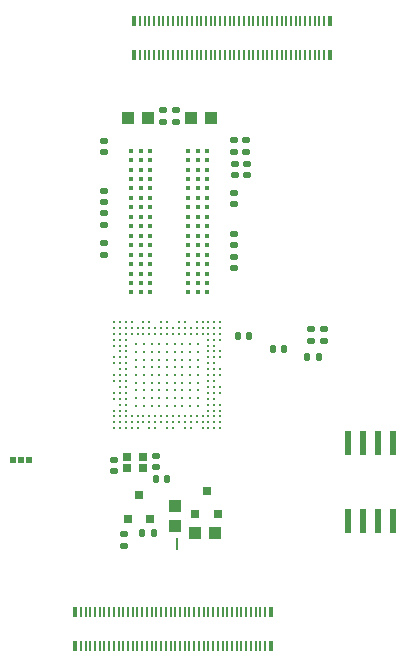
<source format=gbr>
G04 #@! TF.GenerationSoftware,KiCad,Pcbnew,9.0.1*
G04 #@! TF.CreationDate,2025-06-03T13:31:56-07:00*
G04 #@! TF.ProjectId,mp153-devboard,6d703135-332d-4646-9576-626f6172642e,rev?*
G04 #@! TF.SameCoordinates,PXb487a00PY650eff0*
G04 #@! TF.FileFunction,Paste,Top*
G04 #@! TF.FilePolarity,Positive*
%FSLAX46Y46*%
G04 Gerber Fmt 4.6, Leading zero omitted, Abs format (unit mm)*
G04 Created by KiCad (PCBNEW 9.0.1) date 2025-06-03 13:31:56*
%MOMM*%
%LPD*%
G01*
G04 APERTURE LIST*
G04 Aperture macros list*
%AMRoundRect*
0 Rectangle with rounded corners*
0 $1 Rounding radius*
0 $2 $3 $4 $5 $6 $7 $8 $9 X,Y pos of 4 corners*
0 Add a 4 corners polygon primitive as box body*
4,1,4,$2,$3,$4,$5,$6,$7,$8,$9,$2,$3,0*
0 Add four circle primitives for the rounded corners*
1,1,$1+$1,$2,$3*
1,1,$1+$1,$4,$5*
1,1,$1+$1,$6,$7*
1,1,$1+$1,$8,$9*
0 Add four rect primitives between the rounded corners*
20,1,$1+$1,$2,$3,$4,$5,0*
20,1,$1+$1,$4,$5,$6,$7,0*
20,1,$1+$1,$6,$7,$8,$9,0*
20,1,$1+$1,$8,$9,$2,$3,0*%
G04 Aperture macros list end*
%ADD10RoundRect,0.147500X0.172500X-0.147500X0.172500X0.147500X-0.172500X0.147500X-0.172500X-0.147500X0*%
%ADD11RoundRect,0.147500X-0.172500X0.147500X-0.172500X-0.147500X0.172500X-0.147500X0.172500X0.147500X0*%
%ADD12R,0.160000X0.500000*%
%ADD13R,0.500000X0.500000*%
%ADD14R,1.000000X1.000000*%
%ADD15C,0.230000*%
%ADD16R,0.800000X0.700000*%
%ADD17RoundRect,0.147500X-0.147500X-0.172500X0.147500X-0.172500X0.147500X0.172500X-0.147500X0.172500X0*%
%ADD18RoundRect,0.147500X0.147500X0.172500X-0.147500X0.172500X-0.147500X-0.172500X0.147500X-0.172500X0*%
%ADD19R,0.200000X0.890000*%
%ADD20R,0.350000X0.890000*%
%ADD21R,0.800100X0.800100*%
%ADD22C,0.400000*%
%ADD23R,0.600000X2.000000*%
G04 APERTURE END LIST*
D10*
G04 #@! TO.C,C42*
X14130800Y37555821D03*
X14130800Y38525821D03*
G04 #@! TD*
G04 #@! TO.C,R4*
X32740800Y27745100D03*
X32740800Y28715100D03*
G04 #@! TD*
D11*
G04 #@! TO.C,C98*
X25160800Y44715821D03*
X25160800Y43745821D03*
G04 #@! TD*
D12*
G04 #@! TO.C,NT2*
X20280800Y10807600D03*
X20280800Y10307600D03*
G04 #@! TD*
D13*
G04 #@! TO.C,JP1*
X7740800Y17617600D03*
X7060800Y17617600D03*
X6380800Y17617600D03*
G04 #@! TD*
D10*
G04 #@! TO.C,R67*
X25130800Y35825821D03*
X25130800Y36795821D03*
G04 #@! TD*
D14*
G04 #@! TO.C,C81*
X23170800Y46610821D03*
X21470800Y46610821D03*
G04 #@! TD*
D11*
G04 #@! TO.C,C13*
X14930800Y17662600D03*
X14930800Y16692600D03*
G04 #@! TD*
D10*
G04 #@! TO.C,C64*
X26174260Y43740741D03*
X26174260Y44710741D03*
G04 #@! TD*
D11*
G04 #@! TO.C,C55*
X26190800Y42715821D03*
X26190800Y41745821D03*
G04 #@! TD*
D15*
G04 #@! TO.C,U2*
X16860800Y22237600D03*
X16860800Y22887600D03*
X16860800Y23537600D03*
X16860800Y24187600D03*
X16860800Y24837600D03*
X16860800Y25487600D03*
X16860800Y26137600D03*
X16860800Y26787600D03*
X16860800Y27437600D03*
X17510800Y22237600D03*
X17510800Y22887600D03*
X17510800Y23537600D03*
X17510800Y24187600D03*
X17510800Y24837600D03*
X17510800Y25487600D03*
X17510800Y26137600D03*
X17510800Y26787600D03*
X17510800Y27437600D03*
X18160800Y22237600D03*
X18160800Y22887600D03*
X18160800Y23537600D03*
X18160800Y24187600D03*
X18160800Y24837600D03*
X18160800Y25487600D03*
X18160800Y26137600D03*
X18160800Y26787600D03*
X18160800Y27437600D03*
X18810800Y22237600D03*
X18810800Y22887600D03*
X18810800Y23537600D03*
X18810800Y24187600D03*
X18810800Y24837600D03*
X18810800Y25487600D03*
X18810800Y26137600D03*
X18810800Y26787600D03*
X18810800Y27437600D03*
X19460800Y22237600D03*
X19460800Y22887600D03*
X19460800Y23537600D03*
X19460800Y24187600D03*
X19460800Y24837600D03*
X19460800Y25487600D03*
X19460800Y26137600D03*
X19460800Y26787600D03*
X19460800Y27437600D03*
X20110800Y22237600D03*
X20110800Y22887600D03*
X20110800Y23537600D03*
X20110800Y24187600D03*
X20110800Y24837600D03*
X20110800Y25487600D03*
X20110800Y26137600D03*
X20110800Y26787600D03*
X20110800Y27437600D03*
X20760800Y22237600D03*
X20760800Y22887600D03*
X20760800Y23537600D03*
X20760800Y24187600D03*
X20760800Y24837600D03*
X20760800Y25487600D03*
X20760800Y26137600D03*
X20760800Y26787600D03*
X20760800Y27437600D03*
X21410800Y22237600D03*
X21410800Y22887600D03*
X21410800Y23537600D03*
X21410800Y24187600D03*
X21410800Y24837600D03*
X21410800Y25487600D03*
X21410800Y26137600D03*
X21410800Y26787600D03*
X21410800Y27437600D03*
X22060800Y22237600D03*
X22060800Y22887600D03*
X22060800Y23537600D03*
X22060800Y24187600D03*
X22060800Y24837600D03*
X22060800Y25487600D03*
X22060800Y26137600D03*
X22060800Y26787600D03*
X22060800Y27437600D03*
X14960800Y20337600D03*
X14960800Y20837600D03*
X14960800Y21337600D03*
X14960800Y21837600D03*
X14960800Y22837600D03*
X14960800Y23337600D03*
X14960800Y24337600D03*
X14960800Y24837600D03*
X14960800Y25837600D03*
X14960800Y26337600D03*
X14960800Y27337600D03*
X14960800Y27837600D03*
X14960800Y28337600D03*
X14960800Y28837600D03*
X14960800Y29337600D03*
X15460800Y20337600D03*
X15460800Y20837600D03*
X15460800Y21337600D03*
X15460800Y21837600D03*
X15460800Y22337600D03*
X15460800Y22837600D03*
X15460800Y23337600D03*
X15460800Y23837600D03*
X15460800Y24337600D03*
X15460800Y24837600D03*
X15460800Y25337600D03*
X15460800Y25837600D03*
X15460800Y26337600D03*
X15460800Y26837600D03*
X15460800Y27337600D03*
X15460800Y27837600D03*
X15460800Y28337600D03*
X15460800Y28837600D03*
X15460800Y29337600D03*
X15960800Y20337600D03*
X15960800Y20837600D03*
X15960800Y21337600D03*
X15960800Y21837600D03*
X15960800Y22337600D03*
X15960800Y22837600D03*
X15960800Y23337600D03*
X15960800Y23837600D03*
X15960800Y24337600D03*
X15960800Y24837600D03*
X15960800Y25337600D03*
X15960800Y25837600D03*
X15960800Y26337600D03*
X15960800Y26837600D03*
X15960800Y27337600D03*
X15960800Y27837600D03*
X15960800Y28337600D03*
X15960800Y28837600D03*
X15960800Y29337600D03*
X16460800Y20337600D03*
X16460800Y20837600D03*
X16460800Y21337600D03*
X16460800Y28337600D03*
X16460800Y28837600D03*
X16460800Y29337600D03*
X16960800Y20337600D03*
X16960800Y20837600D03*
X16960800Y21337600D03*
X16960800Y28337600D03*
X16960800Y28837600D03*
X17460800Y20837600D03*
X17460800Y21337600D03*
X17460800Y28337600D03*
X17460800Y28837600D03*
X17460800Y29337600D03*
X17960800Y20337600D03*
X17960800Y20837600D03*
X17960800Y21337600D03*
X17960800Y28337600D03*
X17960800Y28837600D03*
X17960800Y29337600D03*
X18460800Y20337600D03*
X18460800Y20837600D03*
X18460800Y21337600D03*
X18460800Y28337600D03*
X18460800Y28837600D03*
X18960800Y20837600D03*
X18960800Y21337600D03*
X18960800Y28337600D03*
X18960800Y28837600D03*
X18960800Y29337600D03*
X19460800Y20337600D03*
X19460800Y20837600D03*
X19460800Y21337600D03*
X19460800Y28337600D03*
X19460800Y28837600D03*
X19460800Y29337600D03*
X19960800Y20337600D03*
X19960800Y20837600D03*
X19960800Y21337600D03*
X19960800Y28337600D03*
X19960800Y28837600D03*
X20460800Y20837600D03*
X20460800Y21337600D03*
X20460800Y28337600D03*
X20460800Y28837600D03*
X20460800Y29337600D03*
X20960800Y20337600D03*
X20960800Y20837600D03*
X20960800Y21337600D03*
X20960800Y28337600D03*
X20960800Y28837600D03*
X20960800Y29337600D03*
X21460800Y20337600D03*
X21460800Y20837600D03*
X21460800Y21337600D03*
X21460800Y28337600D03*
X21460800Y28837600D03*
X21960800Y20837600D03*
X21960800Y21337600D03*
X21960800Y28337600D03*
X21960800Y28837600D03*
X21960800Y29337600D03*
X22460800Y20337600D03*
X22460800Y20837600D03*
X22460800Y21337600D03*
X22460800Y28337600D03*
X22460800Y28837600D03*
X22460800Y29337600D03*
X22960800Y20337600D03*
X22960800Y20837600D03*
X22960800Y21337600D03*
X22960800Y21837600D03*
X22960800Y22337600D03*
X22960800Y22837600D03*
X22960800Y23337600D03*
X22960800Y23837600D03*
X22960800Y24337600D03*
X22960800Y24837600D03*
X22960800Y25337600D03*
X22960800Y25837600D03*
X22960800Y26337600D03*
X22960800Y26837600D03*
X22960800Y27337600D03*
X22960800Y27837600D03*
X22960800Y28337600D03*
X22960800Y28837600D03*
X22960800Y29337600D03*
X23460800Y20337600D03*
X23460800Y20837600D03*
X23460800Y21337600D03*
X23460800Y21837600D03*
X23460800Y22337600D03*
X23460800Y22837600D03*
X23460800Y23337600D03*
X23460800Y23837600D03*
X23460800Y24337600D03*
X23460800Y24837600D03*
X23460800Y25337600D03*
X23460800Y25837600D03*
X23460800Y26337600D03*
X23460800Y26837600D03*
X23460800Y27337600D03*
X23460800Y27837600D03*
X23460800Y28337600D03*
X23460800Y28837600D03*
X23460800Y29337600D03*
X23960800Y20337600D03*
X23960800Y20837600D03*
X23960800Y21337600D03*
X23960800Y21837600D03*
X23960800Y22337600D03*
X23960800Y23337600D03*
X23960800Y23837600D03*
X23960800Y24837600D03*
X23960800Y25337600D03*
X23960800Y26337600D03*
X23960800Y26837600D03*
X23960800Y27837600D03*
X23960800Y28337600D03*
X23960800Y28837600D03*
X23960800Y29337600D03*
G04 #@! TD*
D14*
G04 #@! TO.C,C83*
X17810800Y46620821D03*
X16110800Y46620821D03*
G04 #@! TD*
D16*
G04 #@! TO.C,X1*
X17395807Y17940808D03*
X16095803Y17940808D03*
X16095803Y16940808D03*
X17395807Y16940808D03*
G04 #@! TD*
D17*
G04 #@! TO.C,C24*
X18495800Y16047600D03*
X19465800Y16047600D03*
G04 #@! TD*
D18*
G04 #@! TO.C,R73*
X18345800Y11437600D03*
X17375800Y11437600D03*
G04 #@! TD*
G04 #@! TO.C,R3*
X29375800Y27027600D03*
X28405800Y27027600D03*
G04 #@! TD*
D19*
G04 #@! TO.C,J4*
X12151700Y1912600D03*
X12151700Y4802600D03*
X12551700Y1912600D03*
X12551700Y4802600D03*
X12951700Y1912600D03*
X12951700Y4802600D03*
X13351700Y1912600D03*
X13351700Y4802600D03*
X13751700Y1912600D03*
X13751700Y4802600D03*
X14151700Y1912600D03*
X14151700Y4802600D03*
X14551700Y1912600D03*
X14551700Y4802600D03*
X14951700Y1912600D03*
X14951700Y4802600D03*
X15351700Y1912600D03*
X15351700Y4802600D03*
X15751700Y1912600D03*
X15751700Y4802600D03*
X16151700Y1912600D03*
X16151700Y4802600D03*
X16551700Y1912600D03*
X16551700Y4802600D03*
X16951700Y1912600D03*
X16951700Y4802600D03*
X17351700Y1912600D03*
X17351700Y4802600D03*
X17751700Y1912600D03*
X17751700Y4802600D03*
X18151700Y1912600D03*
X18151700Y4802600D03*
X18551700Y1912600D03*
X18551700Y4802600D03*
X18951700Y1912600D03*
X18951700Y4802600D03*
X19351700Y1912600D03*
X19351700Y4802600D03*
X19751700Y1912600D03*
X19751700Y4802600D03*
X20151700Y1912600D03*
X20151700Y4802600D03*
X20551700Y1912600D03*
X20551700Y4802600D03*
X20951700Y1912600D03*
X20951700Y4802600D03*
X21351700Y1912600D03*
X21351700Y4802600D03*
X21751700Y1912600D03*
X21751700Y4802600D03*
X22151700Y1912600D03*
X22151700Y4802600D03*
X22551700Y1912600D03*
X22551700Y4802600D03*
X22951700Y1912600D03*
X22951700Y4802600D03*
X23351700Y1912600D03*
X23351700Y4802600D03*
X23751700Y1912600D03*
X23751700Y4802600D03*
X24151700Y1912600D03*
X24151700Y4802600D03*
X24551700Y1912600D03*
X24551700Y4802600D03*
X24951700Y1912600D03*
X24951700Y4802600D03*
X25351700Y1912600D03*
X25351700Y4802600D03*
X25751700Y1912600D03*
X25751700Y4802600D03*
X26151700Y1912600D03*
X26151700Y4802600D03*
X26551700Y1912600D03*
X26551700Y4802600D03*
X26951700Y1912600D03*
X26951700Y4802600D03*
X27351700Y1912600D03*
X27351700Y4802600D03*
X27751700Y1912600D03*
X27751700Y4802600D03*
D20*
X11676700Y1912600D03*
X28226700Y1912600D03*
X11676700Y4802600D03*
X28226700Y4802600D03*
G04 #@! TD*
D10*
G04 #@! TO.C,R30*
X15790800Y10402600D03*
X15790800Y11372600D03*
G04 #@! TD*
D11*
G04 #@! TO.C,C102*
X25150800Y40265821D03*
X25150800Y39295821D03*
G04 #@! TD*
D10*
G04 #@! TO.C,C94*
X19140800Y46285821D03*
X19140800Y47255821D03*
G04 #@! TD*
D11*
G04 #@! TO.C,R5*
X31640800Y28720100D03*
X31640800Y27750100D03*
G04 #@! TD*
D10*
G04 #@! TO.C,C14*
X18534260Y17025741D03*
X18534260Y17995741D03*
G04 #@! TD*
D21*
G04 #@! TO.C,U13*
X21850800Y13057600D03*
X23750800Y13057600D03*
X22800800Y15056580D03*
G04 #@! TD*
D22*
G04 #@! TO.C,U14*
X16440398Y43836600D03*
X17240400Y43836600D03*
X18040400Y43836600D03*
X21240400Y43836600D03*
X22040400Y43836600D03*
X22840400Y43836600D03*
X16440398Y43036600D03*
X17240400Y43036600D03*
X18040400Y43036600D03*
X21240400Y43036600D03*
X22040400Y43036600D03*
X22840400Y43036600D03*
X16440398Y42236600D03*
X17240400Y42236600D03*
X18040400Y42236600D03*
X21240400Y42236600D03*
X22040400Y42236600D03*
X22840400Y42236600D03*
X16440398Y41436600D03*
X17240400Y41436600D03*
X18040400Y41436600D03*
X21240400Y41436600D03*
X22040400Y41436600D03*
X22840400Y41436600D03*
X16440398Y40636600D03*
X17240400Y40636600D03*
X18040400Y40636600D03*
X21240400Y40636600D03*
X22040400Y40636600D03*
X22840400Y40636600D03*
X16440398Y39836600D03*
X17240400Y39836600D03*
X18040400Y39836600D03*
X21240400Y39836600D03*
X22040400Y39836600D03*
X22840400Y39836600D03*
X16440398Y39036600D03*
X17240400Y39036600D03*
X18040400Y39036600D03*
X21240400Y39036600D03*
X22040400Y39036600D03*
X22840400Y39036600D03*
X16440398Y38236600D03*
X17240400Y38236600D03*
X18040400Y38236600D03*
X21240400Y38236600D03*
X22040400Y38236600D03*
X22840400Y38236600D03*
X16440398Y37436600D03*
X17240400Y37436600D03*
X18040400Y37436600D03*
X21240400Y37436600D03*
X22040400Y37436600D03*
X22840400Y37436600D03*
X16440398Y36636600D03*
X17240400Y36636600D03*
X18040400Y36636600D03*
X21240400Y36636600D03*
X22040400Y36636600D03*
X22840400Y36636600D03*
X16440398Y35836600D03*
X17240400Y35836600D03*
X18040400Y35836600D03*
X21240400Y35836600D03*
X22040400Y35836600D03*
X22840400Y35836600D03*
X16440398Y35036600D03*
X17240400Y35036600D03*
X18040400Y35036600D03*
X21240400Y35036600D03*
X22040400Y35036600D03*
X22840400Y35036600D03*
X16440398Y34236600D03*
X17240400Y34236600D03*
X18040400Y34236600D03*
X21240400Y34236600D03*
X22040400Y34236600D03*
X22840400Y34236600D03*
X16440398Y33436600D03*
X17240400Y33436600D03*
X18040400Y33436600D03*
X21240400Y33436600D03*
X22040400Y33436600D03*
X22840400Y33436600D03*
X16440398Y32636600D03*
X17240400Y32636600D03*
X18040400Y32636600D03*
X21240400Y32636600D03*
X22040400Y32636600D03*
X22840400Y32636600D03*
X16440398Y31836600D03*
X17240400Y31836600D03*
X18040400Y31836600D03*
X21240400Y31836600D03*
X22040400Y31836600D03*
X22840400Y31836600D03*
G04 #@! TD*
D18*
G04 #@! TO.C,C40*
X26395800Y28154821D03*
X25425800Y28154821D03*
G04 #@! TD*
G04 #@! TO.C,C29*
X32305800Y26357600D03*
X31335800Y26357600D03*
G04 #@! TD*
D11*
G04 #@! TO.C,C82*
X14130800Y40445821D03*
X14130800Y39475821D03*
G04 #@! TD*
D10*
G04 #@! TO.C,C99*
X25172060Y41736141D03*
X25172060Y42706141D03*
G04 #@! TD*
D11*
G04 #@! TO.C,C87*
X20200800Y47255821D03*
X20200800Y46285821D03*
G04 #@! TD*
D21*
G04 #@! TO.C,Q1*
X16110800Y12676840D03*
X18010800Y12676840D03*
X17060800Y14675820D03*
G04 #@! TD*
D10*
G04 #@! TO.C,C92*
X14130800Y43695821D03*
X14130800Y44665821D03*
G04 #@! TD*
D14*
G04 #@! TO.C,C44*
X23508800Y11496600D03*
X21808800Y11496600D03*
G04 #@! TD*
D10*
G04 #@! TO.C,C106*
X14140800Y35025821D03*
X14140800Y35995821D03*
G04 #@! TD*
D14*
G04 #@! TO.C,C41*
X20130800Y13747600D03*
X20130800Y12047600D03*
G04 #@! TD*
D10*
G04 #@! TO.C,R59*
X25150800Y33895821D03*
X25150800Y34865821D03*
G04 #@! TD*
D23*
G04 #@! TO.C,U5*
X34765800Y12475600D03*
X36035800Y12475600D03*
X37305800Y12475600D03*
X38575800Y12475600D03*
X38575800Y19079600D03*
X37305800Y19079600D03*
X36035800Y19079600D03*
X34765800Y19079600D03*
G04 #@! TD*
D19*
G04 #@! TO.C,J6*
X17151700Y51912600D03*
X17151700Y54802600D03*
X17551700Y51912600D03*
X17551700Y54802600D03*
X17951700Y51912600D03*
X17951700Y54802600D03*
X18351700Y51912600D03*
X18351700Y54802600D03*
X18751700Y51912600D03*
X18751700Y54802600D03*
X19151700Y51912600D03*
X19151700Y54802600D03*
X19551700Y51912600D03*
X19551700Y54802600D03*
X19951700Y51912600D03*
X19951700Y54802600D03*
X20351700Y51912600D03*
X20351700Y54802600D03*
X20751700Y51912600D03*
X20751700Y54802600D03*
X21151700Y51912600D03*
X21151700Y54802600D03*
X21551700Y51912600D03*
X21551700Y54802600D03*
X21951700Y51912600D03*
X21951700Y54802600D03*
X22351700Y51912600D03*
X22351700Y54802600D03*
X22751700Y51912600D03*
X22751700Y54802600D03*
X23151700Y51912600D03*
X23151700Y54802600D03*
X23551700Y51912600D03*
X23551700Y54802600D03*
X23951700Y51912600D03*
X23951700Y54802600D03*
X24351700Y51912600D03*
X24351700Y54802600D03*
X24751700Y51912600D03*
X24751700Y54802600D03*
X25151700Y51912600D03*
X25151700Y54802600D03*
X25551700Y51912600D03*
X25551700Y54802600D03*
X25951700Y51912600D03*
X25951700Y54802600D03*
X26351700Y51912600D03*
X26351700Y54802600D03*
X26751700Y51912600D03*
X26751700Y54802600D03*
X27151700Y51912600D03*
X27151700Y54802600D03*
X27551700Y51912600D03*
X27551700Y54802600D03*
X27951700Y51912600D03*
X27951700Y54802600D03*
X28351700Y51912600D03*
X28351700Y54802600D03*
X28751700Y51912600D03*
X28751700Y54802600D03*
X29151700Y51912600D03*
X29151700Y54802600D03*
X29551700Y51912600D03*
X29551700Y54802600D03*
X29951700Y51912600D03*
X29951700Y54802600D03*
X30351700Y51912600D03*
X30351700Y54802600D03*
X30751700Y51912600D03*
X30751700Y54802600D03*
X31151700Y51912600D03*
X31151700Y54802600D03*
X31551700Y51912600D03*
X31551700Y54802600D03*
X31951700Y51912600D03*
X31951700Y54802600D03*
X32351700Y51912600D03*
X32351700Y54802600D03*
X32751700Y51912600D03*
X32751700Y54802600D03*
D20*
X16676700Y51912600D03*
X33226700Y51912600D03*
X16676700Y54802600D03*
X33226700Y54802600D03*
G04 #@! TD*
M02*

</source>
